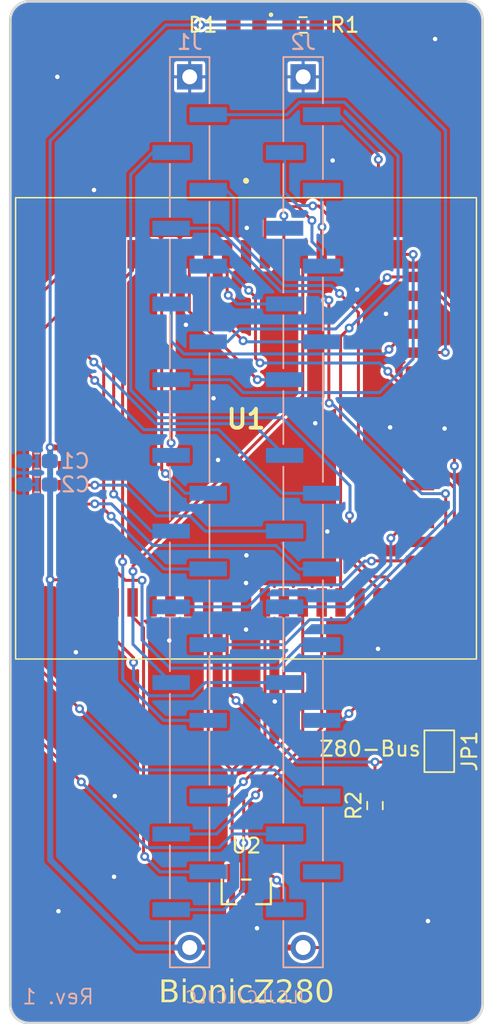
<source format=kicad_pcb>
(kicad_pcb (version 20241229) (generator "pcbnew") (generator_version "9.0")
  (title_block (title "BionicZ280") (date "2025-12-01") (rev "1") (company "Tadashi G. Takaoka"))
  (layers (0 "F.Cu" mixed) (2 "B.Cu" mixed) (13 "F.Paste" user) (15 "B.Paste" user) (5 "F.SilkS" user "F.Silkscreen") (7 "B.SilkS" user "B.Silkscreen") (1 "F.Mask" user) (3 "B.Mask" user) (25 "Edge.Cuts" user))
  (net 0 "")
  (net 1 "VCC")
  (net 2 "GND")
  (net 3 "Net-(D1-K)")
  (net 4 "A20")
  (net 5 "AD6")
  (net 6 "~{WAIT}")
  (net 7 "A21")
  (net 8 "AD3")
  (net 9 "A19")
  (net 10 "AD0")
  (net 11 "AD7")
  (net 12 "~{RESET}")
  (net 13 "AD1")
  (net 14 "A17")
  (net 15 "A18")
  (net 16 "~{INT_{A}}")
  (net 17 "AD5")
  (net 18 "AD2")
  (net 19 "A16")
  (net 20 "A22")
  (net 21 "A23")
  (net 22 "AD4")
  (net 23 "~{NMI}")
  (net 24 "Net-(J2-P57)")
  (net 26 "ST3")
  (net 27 "CLK")
  (net 28 "AD12")
  (net 29 "XTALI")
  (net 30 "ST1")
  (net 31 "AD14")
  (net 32 "R{slash}~{W}")
  (net 33 "AD10")
  (net 34 "AD13")
  (net 35 "AD15")
  (net 36 "ST2")
  (net 37 "AD9")
  (net 38 "ST0")
  (net 39 "AD11")
  (net 40 "AD8")
  (net 41 "B{slash}~{W}")
  (net 57 "~{AS}")
  (net 58 "~{DS}")
  (net 59 "Net-(JP1-B)")
  (footprint "rhom:LED_CSL1901UW1_ROM-M" (layer "F.Cu") (at 113.7 71.6002 180)
    (property "Reference" "D1")
    (property "Value" "CSL1901UW1")
  )
  (footprint "microchip:SOT-23_MC_MCH-M" (layer "F.Cu") (at 113.6898 129.7654 180)
    (property "Reference" "U2")
    (property "Value" "11AA010-I/TT")
  )
  (footprint "Resistor_SMD:R_0603_1608Metric_Pad0.98x0.95mm_HandSolder" (layer "F.Cu") (at 117.51 71.6002)
    (property "Reference" "R1")
    (property "Value" "1.6k")
  )
  (footprint "Jumper:SolderJumper-2_P1.3mm_Open_TrianglePad1.0x1.5mm" (layer "F.Cu") (at 126.654 120.329 -90)
    (property "Reference" "JP1")
    (property "Value" "OPT")
  )
  (footprint "Resistor_SMD:R_0603_1608Metric_Pad0.98x0.95mm_HandSolder" (layer "F.Cu") (at 122.336 123.975 90)
    (property "Reference" "R2")
    (property "Value" "10k")
  )
  (footprint "3m:846821B1RKTP" (layer "F.Cu") (at 113.6746 98.6651)
    (property "Reference" "U1")
    (property "Value" "Z80280" (hide yes))
  )
  (footprint "bionic:Bionic-P245_SMT" (layer "B.Cu") (at 117.5308 104.29 180)
    (property "Reference" "J2")
    (property "Value" "Bionic-P245")
  )
  (footprint "Capacitor_SMD:C_0603_1608Metric_Pad1.08x0.95mm_HandSolder" (layer "B.Cu") (at 99.6295 100.861 180)
    (property "Reference" "C1")
    (property "Value" "0.1u")
  )
  (footprint "bionic:Bionic-P135_SMT" (layer "B.Cu") (at 109.8692 104.29 180)
    (property "Reference" "J1")
    (property "Value" "Bionic-P135")
  )
  (footprint "Capacitor_SMD:C_0603_1608Metric_Pad1.08x0.95mm_HandSolder" (layer "B.Cu") (at 99.6295 102.4358 180)
    (property "Reference" "C2")
    (property "Value" "22u")
  )
  (gr_arc (start 99.095 138.58) (mid 98.196974 138.208026) (end 97.825 137.31) (stroke (width 0.15)) (layer "Edge.Cuts"))
  (gr_line (start 128.305 70) (end 99.095 70) (stroke (width 0.15)) (layer "Edge.Cuts"))
  (gr_arc (start 97.825 71.27) (mid 98.196974 70.371974) (end 99.095 70) (stroke (width 0.15)) (layer "Edge.Cuts"))
  (gr_line (start 99.095 138.58) (end 128.305 138.58) (stroke (width 0.15)) (layer "Edge.Cuts"))
  (gr_arc (start 128.305 70) (mid 129.203026 70.371974) (end 129.575 71.27) (stroke (width 0.15)) (layer "Edge.Cuts"))
  (gr_arc (start 129.575 137.31) (mid 129.203026 138.208026) (end 128.305 138.58) (stroke (width 0.15)) (layer "Edge.Cuts"))
  (gr_line (start 97.825 71.27) (end 97.825 137.31) (stroke (width 0.15)) (layer "Edge.Cuts"))
  (gr_line (start 129.575 137.31) (end 129.575 71.27) (stroke (width 0.15)) (layer "Edge.Cuts"))
  (gr_text "Z80-Bus" (at 125.511 120.165 0) (layer "F.SilkS") (effects (font (size 1 1)) (justify right)))
  (gr_text "BionicZ280" (at 113.7 136.548 0) (layer "F.SilkS") (effects (font (size 1.5 1.5))))
  (gr_text "JLCJLCJLCJLC" (at 113.7 137.31 0) (layer "B.SilkS") (effects (font (size 0.8 0.8)) (justify bottom mirror)))
  (gr_text "Rev. 1" (at 103.54 136.802 0) (layer "B.SilkS") (effects (font (size 1 1)) (justify left mirror)))
  (segment (start 102.0021 98.6651) (end 102.002 98.6651) (width 0.4) (layer "F.Cu") (net 1))
  (segment (start 127.0604 93.5712) (end 125.361 93.5712) (width 0.2) (layer "F.Cu") (net 1))
  (segment (start 125.361 93.5712) (end 125.3471 93.5851) (width 0.2) (layer "F.Cu") (net 1))
  (segment (start 122.336 124.8875) (end 122.336 129.817) (width 0.2) (layer "F.Cu") (net 1))
  (segment (start 101.9946 108.8251) (end 100.5313 108.8251) (width 0.2) (layer "F.Cu") (net 1))
  (segment (start 112.7398 128.6994) (end 112.74 128.6994) (width 0.4) (layer "F.Cu") (net 1))
  (segment (start 101.9906 99.9466) (end 102.0021 99.9351) (width 0.2) (layer "F.Cu") (net 1))
  (segment (start 102.0021 98.6651) (end 102.002 98.6651) (width 0.4) (layer "F.Cu") (net 1))
  (segment (start 118.653 133.5) (end 117.51 133.5) (width 0.2) (layer "F.Cu") (net 1))
  (segment (start 104.7846 110.3451) (end 104.7846 109.7401) (width 0.2) (layer "F.Cu") (net 1))
  (segment (start 102.0021 99.9351) (end 102.002 99.9351) (width 0.4) (layer "F.Cu") (net 1))
  (segment (start 101.9882 99.9212) (end 102.0021 99.9351) (width 0.4) (layer "F.Cu") (net 1))
  (segment (start 102.0021 99.9351) (end 102.002 99.9351) (width 0.4) (layer "F.Cu") (net 1))
  (segment (start 100.5313 108.8251) (end 100.5174 108.8112) (width 0.2) (layer "F.Cu") (net 1))
  (segment (start 112.735 133.5) (end 109.89 133.5) (width 0.4) (layer "F.Cu") (net 1))
  (segment (start 102.0021 99.9351) (end 102.0021 98.6651) (width 0.4) (layer "F.Cu") (net 1))
  (segment (start 114.9446 119.415257) (end 112.739799 121.620058) (width 0.2) (layer "F.Cu") (net 1))
  (segment (start 112.739799 121.620058) (end 112.739799 128.6994) (width 0.2) (layer "F.Cu") (net 1))
  (segment (start 117.51 133.5) (end 112.735 133.5) (width 0.4) (layer "F.Cu") (net 1))
  (segment (start 112.74 128.6994) (end 112.74 133.495) (width 0.4) (layer "F.Cu") (net 1))
  (segment (start 112.7398 128.6994) (end 112.74 128.6994) (width 0.4) (layer "F.Cu") (net 1))
  (segment (start 122.336 129.817) (end 118.653 133.5) (width 0.2) (layer "F.Cu") (net 1))
  (segment (start 103.8696 108.8251) (end 101.9946 108.8251) (width 0.2) (layer "F.Cu") (net 1))
  (segment (start 111.1346 110.3451) (end 111.1346 120.014859) (width 0.2) (layer "F.Cu") (net 1))
  (segment (start 114.9446 110.3451) (end 114.9446 119.415257) (width 0.2) (layer "F.Cu") (net 1))
  (segment (start 100.5174 99.9466) (end 101.9906 99.9466) (width 0.4) (layer "F.Cu") (net 1))
  (segment (start 111.1346 120.014859) (end 112.739799 121.620058) (width 0.2) (layer "F.Cu") (net 1))
  (segment (start 112.74 133.495) (end 112.735 133.5) (width 0.4) (layer "F.Cu") (net 1))
  (segment (start 104.7846 109.7401) (end 103.8696 108.8251) (width 0.2) (layer "F.Cu") (net 1))
  (segment (start 125.3471 93.5851) (end 125.3471 94.8551) (width 0.2) (layer "F.Cu") (net 1))
  (segment (start 110.6266 71.6002) (end 112.8237 71.6002) (width 0.2) (layer "F.Cu") (net 1))
  (segment (start 112.824 71.6002) (end 112.8237 71.6002) (width 0.4) (layer "F.Cu") (net 1))
  (via (at 100.5174 99.9466) (size 0.6) (drill 0.3) (layers "F.Cu" "B.Cu") (net 1))
  (via (at 100.5174 108.8112) (size 0.6) (drill 0.3) (layers "F.Cu" "B.Cu") (net 1))
  (via (at 110.6266 71.6002) (size 0.6) (drill 0.3) (layers "F.Cu" "B.Cu") (net 1))
  (via (at 127.0604 93.5712) (size 0.6) (drill 0.3) (layers "F.Cu" "B.Cu") (net 1))
  (segment (start 100.5174 79.3726) (end 100.5174 99.9466) (width 0.2) (layer "B.Cu") (net 1))
  (segment (start 100.5174 108.8112) (end 100.5174 99.9466) (width 0.4) (layer "B.Cu") (net 1))
  (segment (start 100.5163 99.9477) (end 100.5174 99.9466) (width 0.2) (layer "B.Cu") (net 1))
  (segment (start 100.5174 127.6072) (end 100.5174 108.8112) (width 0.4) (layer "B.Cu") (net 1))
  (segment (start 109.89 133.5) (end 106.4102 133.5) (width 0.4) (layer "B.Cu") (net 1))
  (segment (start 106.4102 133.5) (end 100.5174 127.6072) (width 0.4) (layer "B.Cu") (net 1))
  (segment (start 127.07 93.5616) (end 127.07 78.671) (width 0.2) (layer "B.Cu") (net 1))
  (segment (start 110.6266 71.6002) (end 108.2898 71.6002) (width 0.2) (layer "B.Cu") (net 1))
  (segment (start 108.2898 71.6002) (end 100.5174 79.3726) (width 0.2) (layer "B.Cu") (net 1))
  (segment (start 127.0604 93.5712) (end 127.07 93.5616) (width 0.2) (layer "B.Cu") (net 1))
  (segment (start 127.07 78.671) (end 119.9992 71.6002) (width 0.2) (layer "B.Cu") (net 1))
  (segment (start 119.9992 71.6002) (end 110.6266 71.6002) (width 0.2) (layer "B.Cu") (net 1))
  (segment (start 113.6746 109.0398) (end 113.6746 110.3376) (width 0.6) (layer "F.Cu") (net 2))
  (segment (start 113.6746 110.3376) (end 113.6746 112.164) (width 0.6) (layer "F.Cu") (net 2))
  (via (at 113.6746 109.0398) (size 0.6) (drill 0.3) (layers "F.Cu" "B.Cu") (net 2))
  (via (at 119.1356 105.5854) (size 0.6) (drill 0.3) (layers "F.Cu" "B.Cu") (net 2))
  (via (at 103.4638 82.6746) (size 0.6) (drill 0.3) (layers "F.Cu" "B.Cu") (net 2))
  (via (at 113.6746 112.164) (size 0.6) (drill 0.3) (layers "F.Cu" "B.Cu") (net 2))
  (via (at 126.3746 72.54) (size 0.6) (drill 0.3) (layers "F.Cu" "B.Cu") (net 2))
  (via (at 109.636 91.717) (size 0.6) (drill 0.3) (layers "F.Cu" "B.Cu") (net 2))
  (via (at 127.0096 98.6766) (size 0.6) (drill 0.3) (layers "F.Cu" "B.Cu") (net 2))
  (via (at 122.5392 113.4594) (size 0.6) (drill 0.3) (layers "F.Cu" "B.Cu") (net 2))
  (via (at 113.7 107.1856) (size 0.6) (drill 0.3) (layers "F.Cu" "B.Cu") (net 2))
  (via (at 111.4902 96.6446) (size 0.6) (drill 0.3) (layers "F.Cu" "B.Cu") (net 2))
  (via (at 102.2446 113.688) (size 0.6) (drill 0.3) (layers "F.Cu" "B.Cu") (net 2))
  (via (at 123.352 98.6004) (size 0.6) (drill 0.3) (layers "F.Cu" "B.Cu") (net 2))
  (via (at 115.605 116.99) (size 0.6) (drill 0.3) (layers "F.Cu" "B.Cu") (net 2))
  (via (at 111.795 100.7848) (size 0.6) (drill 0.3) (layers "F.Cu" "B.Cu") (net 2))
  (via (at 104.8608 123.34) (size 0.6) (drill 0.3) (layers "F.Cu" "B.Cu") (net 2))
  (via (at 121.1422 89.3548) (size 0.6) (drill 0.3) (layers "F.Cu" "B.Cu") (net 2))
  (via (at 118.3228 98.321) (size 0.6) (drill 0.3) (layers "F.Cu" "B.Cu") (net 2))
  (via (at 123.0726 90.9804) (size 0.6) (drill 0.3) (layers "F.Cu" "B.Cu") (net 2))
  (via (at 108.5184 112.9006) (size 0.6) (drill 0.3) (layers "F.Cu" "B.Cu") (net 2))
  (via (at 104.81 128.7502) (size 0.6) (drill 0.3) (layers "F.Cu" "B.Cu") (net 2))
  (via (at 114.4112 132.2046) (size 0.6) (drill 0.3) (layers "F.Cu" "B.Cu") (net 2))
  (via (at 101.0762 131.0616) (size 0.6) (drill 0.3) (layers "F.Cu" "B.Cu") (net 2))
  (via (at 125.892 131.722) (size 0.6) (drill 0.3) (layers "F.Cu" "B.Cu") (net 2))
  (via (at 101 75.08) (size 0.6) (drill 0.3) (layers "F.Cu" "B.Cu") (net 2))
  (via (at 119.4912 80.6934) (size 0.6) (drill 0.3) (layers "F.Cu" "B.Cu") (net 2))
  (via (at 113.7254 85.2146) (size 0.6) (drill 0.3) (layers "F.Cu" "B.Cu") (net 2))
  (segment (start 116.598 71.6002) (end 114.576 71.6002) (width 0.2) (layer "F.Cu") (net 3))
  (segment (start 122.116523 107.5551) (end 125.3471 107.5551) (width 0.2) (layer "F.Cu") (net 4))
  (segment (start 122.102119 107.569504) (end 122.116523 107.5551) (width 0.2) (layer "F.Cu") (net 4))
  (via (at 122.102119 107.569504) (size 0.6) (drill 0.3) (layers "F.Cu" "B.Cu") (net 4))
  (segment (start 122.102119 107.569504) (end 121.647296 107.569504) (width 0.2) (layer "B.Cu") (net 4))
  (segment (start 121.647296 107.569504) (end 120.05 109.1668) (width 0.2) (layer "B.Cu") (net 4))
  (segment (start 120.05 109.1668) (end 115.2748 109.1668) (width 0.2) (layer "B.Cu") (net 4))
  (segment (start 115.2748 109.1668) (end 113.8016 110.64) (width 0.2) (layer "B.Cu") (net 4))
  (segment (start 113.8016 110.64) (end 108.6454 110.64) (width 0.2) (layer "B.Cu") (net 4))
  (segment (start 123.20077 88.5051) (end 125.3471 88.5051) (width 0.2) (layer "F.Cu") (net 5))
  (segment (start 123.156335 88.549535) (end 123.20077 88.5051) (width 0.2) (layer "F.Cu") (net 5))
  (via (at 123.156335 88.549535) (size 0.6) (drill 0.3) (layers "F.Cu" "B.Cu") (net 5))
  (segment (start 123.141265 88.549535) (end 119.6944 91.9964) (width 0.2) (layer "B.Cu") (net 5))
  (segment (start 119.6944 91.9964) (end 113.2936 91.9964) (width 0.2) (layer "B.Cu") (net 5))
  (segment (start 113.2936 91.9964) (end 112.43 92.86) (width 0.2) (layer "B.Cu") (net 5))
  (segment (start 112.43 92.86) (end 111.1346 92.86) (width 0.2) (layer "B.Cu") (net 5))
  (segment (start 123.156335 88.549535) (end 123.141265 88.549535) (width 0.2) (layer "B.Cu") (net 5))
  (segment (start 106.8674 127.3944) (end 106.7912 127.3182) (width 0.2) (layer "F.Cu") (net 6))
  (segment (start 106.7912 127.3182) (end 106.7912 112.0497) (width 0.2) (layer "F.Cu") (net 6))
  (segment (start 106.0546 111.3131) (end 106.0546 110.3376) (width 0.2) (layer "F.Cu") (net 6))
  (segment (start 106.7912 112.0497) (end 106.0546 111.3131) (width 0.2) (layer "F.Cu") (net 6))
  (via (at 106.8674 127.3944) (size 0.6) (drill 0.3) (layers "F.Cu" "B.Cu") (net 6))
  (segment (start 107.893 128.42) (end 111.1346 128.42) (width 0.2) (layer "B.Cu") (net 6))
  (segment (start 106.8674 127.3944) (end 107.893 128.42) (width 0.2) (layer "B.Cu") (net 6))
  (segment (start 127.67 90.7264) (end 126.7187 89.7751) (width 0.2) (layer "F.Cu") (net 7))
  (segment (start 127.67 101.1912) (end 127.67 90.7264) (width 0.2) (layer "F.Cu") (net 7))
  (segment (start 126.7187 89.7751) (end 125.3471 89.7751) (width 0.2) (layer "F.Cu") (net 7))
  (via (at 127.67 101.1912) (size 0.6) (drill 0.3) (layers "F.Cu" "B.Cu") (net 7))
  (segment (start 127.67 101.1912) (end 127.67 104.151372) (width 0.2) (layer "B.Cu") (net 7))
  (segment (start 127.67 104.151372) (end 120.317772 111.5036) (width 0.2) (layer "B.Cu") (net 7))
  (segment (start 120.317772 111.5036) (end 117.9418 111.5036) (width 0.2) (layer "B.Cu") (net 7))
  (segment (start 117.9418 111.5036) (end 116.2654 113.18) (width 0.2) (layer "B.Cu") (net 7))
  (segment (start 116.2654 113.18) (end 111.1346 113.18) (width 0.2) (layer "B.Cu") (net 7))
  (segment (start 127.07 103.0454) (end 127.0858 103.0612) (width 0.2) (layer "F.Cu") (net 8))
  (segment (start 126.2591 108.8251) (end 125.3471 108.8251) (width 0.2) (layer "F.Cu") (net 8))
  (segment (start 127.0858 103.0612) (end 127.0858 107.9984) (width 0.2) (layer "F.Cu") (net 8))
  (segment (start 127.0858 107.9984) (end 126.2591 108.8251) (width 0.2) (layer "F.Cu") (net 8))
  (segment (start 119.2372 90.063459) (end 119.2372 96.9524) (width 0.2) (layer "F.Cu") (net 8))
  (segment (start 119.2372 96.9524) (end 119.2596 96.9748) (width 0.2) (layer "F.Cu") (net 8))
  (via (at 127.07 103.0454) (size 0.6) (drill 0.3) (layers "F.Cu" "B.Cu") (net 8))
  (via (at 119.2372 90.063459) (size 0.6) (drill 0.3) (layers "F.Cu" "B.Cu") (net 8))
  (via (at 119.2596 96.9748) (size 0.6) (drill 0.3) (layers "F.Cu" "B.Cu") (net 8))
  (segment (start 111.7696 85.24) (end 108.6454 85.24) (width 0.2) (layer "B.Cu") (net 8))
  (segment (start 125.4856 103.0454) (end 119.415 96.9748) (width 0.2) (layer "B.Cu") (net 8))
  (segment (start 118.655541 89.4818) (end 116.0114 89.4818) (width 0.2) (layer "B.Cu") (net 8))
  (segment (start 116.0114 89.4818) (end 111.7696 85.24) (width 0.2) (layer "B.Cu") (net 8))
  (segment (start 119.2372 90.063459) (end 118.655541 89.4818) (width 0.2) (layer "B.Cu") (net 8))
  (segment (start 119.415 96.9748) (end 119.2596 96.9748) (width 0.2) (layer "B.Cu") (net 8))
  (segment (start 127.07 103.0454) (end 125.4856 103.0454) (width 0.2) (layer "B.Cu") (net 8))
  (segment (start 104.1146 104.06213) (end 104.1146 88.7864) (width 0.2) (layer "F.Cu") (net 9))
  (segment (start 103.5146 88.1864) (end 103.5146 86.9926) (width 0.2) (layer "F.Cu") (net 9))
  (segment (start 104.1146 88.7864) (end 103.5146 88.1864) (width 0.2) (layer "F.Cu") (net 9))
  (segment (start 104.614335 104.561865) (end 104.1146 104.06213) (width 0.2) (layer "F.Cu") (net 9))
  (via (at 104.614335 104.561865) (size 0.6) (drill 0.3) (layers "F.Cu" "B.Cu") (net 9))
  (segment (start 104.624665 104.561865) (end 108.1628 108.1) (width 0.2) (layer "B.Cu") (net 9))
  (segment (start 108.1628 108.1) (end 111.1346 108.1) (width 0.2) (layer "B.Cu") (net 9))
  (segment (start 104.614335 104.561865) (end 104.624665 104.561865) (width 0.2) (layer "B.Cu") (net 9))
  (segment (start 120.0246 92.51473) (end 120.0246 110.3376) (width 0.2) (layer "F.Cu") (net 10))
  (segment (start 120.601265 91.938065) (end 120.0246 92.51473) (width 0.2) (layer "F.Cu") (net 10))
  (via (at 120.601265 91.938065) (size 0.6) (drill 0.3) (layers "F.Cu" "B.Cu") (net 10))
  (segment (start 116.4178 77.62) (end 117.256 76.7818) (width 0.2) (layer "B.Cu") (net 10))
  (segment (start 123.8854 80.3886) (end 123.8854 88.669) (width 0.2) (layer "B.Cu") (net 10))
  (segment (start 120.616335 91.938065) (end 120.601265 91.938065) (width 0.2) (layer "B.Cu") (net 10))
  (segment (start 117.256 76.7818) (end 120.2786 76.7818) (width 0.2) (layer "B.Cu") (net 10))
  (segment (start 111.1346 77.62) (end 116.4178 77.62) (width 0.2) (layer "B.Cu") (net 10))
  (segment (start 120.2786 76.7818) (end 123.8854 80.3886) (width 0.2) (layer "B.Cu") (net 10))
  (segment (start 123.8854 88.669) (end 120.616335 91.938065) (width 0.2) (layer "B.Cu") (net 10))
  (segment (start 124.9014 86.9926) (end 123.8346 86.9926) (width 0.2) (layer "F.Cu") (net 11))
  (via (at 124.9014 86.9926) (size 0.6) (drill 0.3) (layers "F.Cu" "B.Cu") (net 11))
  (segment (start 124.9014 94.003) (end 122.6408 96.2636) (width 0.2) (layer "B.Cu") (net 11))
  (segment (start 122.6408 96.2636) (end 113.4714 96.2636) (width 0.2) (layer "B.Cu") (net 11))
  (segment (start 113.4714 96.2636) (end 112.6078 95.4) (width 0.2) (layer "B.Cu") (net 11))
  (segment (start 112.6078 95.4) (end 108.6454 95.4) (width 0.2) (layer "B.Cu") (net 11))
  (segment (start 124.9014 86.9926) (end 124.9014 94.003) (width 0.2) (layer "B.Cu") (net 11))
  (segment (start 113.5222 126.48) (end 113.5222 123.213) (width 0.2) (layer "F.Cu") (net 12))
  (segment (start 113.5222 123.213) (end 117.4846 119.2506) (width 0.2) (layer "F.Cu") (net 12))
  (segment (start 117.4846 119.2506) (end 117.4846 110.3376) (width 0.2) (layer "F.Cu") (net 12))
  (via (at 113.5222 126.48) (size 0.6) (drill 0.3) (layers "F.Cu" "B.Cu") (net 12))
  (segment (start 112.176 130.96) (end 108.6454 130.96) (width 0.2) (layer "B.Cu") (net 12))
  (segment (start 113.5222 126.48) (end 113.5222 129.6138) (width 0.2) (layer "B.Cu") (net 12))
  (segment (start 113.5222 129.6138) (end 112.176 130.96) (width 0.2) (layer "B.Cu") (net 12))
  (segment (start 120.6342 107.5158) (end 122.5646 109.4462) (width 0.2) (layer "F.Cu") (net 13))
  (segment (start 120.6342 104.5282) (end 120.6342 107.5158) (width 0.2) (layer "F.Cu") (net 13))
  (segment (start 122.5646 109.4462) (end 122.5646 110.3376) (width 0.2) (layer "F.Cu") (net 13))
  (segment (start 120.6246 104.5186) (end 120.6342 104.5282) (width 0.2) (layer "F.Cu") (net 13))
  (via (at 120.6246 104.5186) (size 0.6) (drill 0.3) (layers "F.Cu" "B.Cu") (net 13))
  (segment (start 120.6596 104.4836) (end 120.6596 102.512) (width 0.2) (layer "B.Cu") (net 13))
  (segment (start 120.6596 102.512) (end 116.1004 97.9528) (width 0.2) (layer "B.Cu") (net 13))
  (segment (start 105.9276 96.104314) (end 105.9276 81.6332) (width 0.2) (layer "B.Cu") (net 13))
  (segment (start 107.776086 97.9528) (end 105.9276 96.104314) (width 0.2) (layer "B.Cu") (net 13))
  (segment (start 105.9276 81.6332) (end 107.4008 80.16) (width 0.2) (layer "B.Cu") (net 13))
  (segment (start 107.4008 80.16) (end 108.6454 80.16) (width 0.2) (layer "B.Cu") (net 13))
  (segment (start 120.6246 104.5186) (end 120.6596 104.4836) (width 0.2) (layer "B.Cu") (net 13))
  (segment (start 116.1004 97.9528) (end 107.776086 97.9528) (width 0.2) (layer "B.Cu") (net 13))
  (segment (start 107.3246 88.1356) (end 107.3246 86.9926) (width 0.2) (layer "F.Cu") (net 14))
  (segment (start 108.0104 88.8214) (end 107.3246 88.1356) (width 0.2) (layer "F.Cu") (net 14))
  (segment (start 108.2644 101.6992) (end 108.0104 101.4452) (width 0.2) (layer "F.Cu") (net 14))
  (segment (start 108.0104 101.4452) (end 108.0104 88.8214) (width 0.2) (layer "F.Cu") (net 14))
  (via (at 108.2644 101.6992) (size 0.6) (drill 0.3) (layers "F.Cu" "B.Cu") (net 14))
  (segment (start 108.2644 101.6992) (end 109.5852 103.02) (width 0.2) (layer "B.Cu") (net 14))
  (segment (start 109.5852 103.02) (end 111.1346 103.02) (width 0.2) (layer "B.Cu") (net 14))
  (segment (start 104.7846 103.0751) (end 104.7846 86.9926) (width 0.2) (layer "F.Cu") (net 15))
  (via (at 104.7846 103.0751) (size 0.6) (drill 0.3) (layers "F.Cu" "B.Cu") (net 15))
  (segment (start 107.2992 105.56) (end 108.6454 105.56) (width 0.2) (layer "B.Cu") (net 15))
  (segment (start 104.8143 103.0751) (end 107.2992 105.56) (width 0.2) (layer "B.Cu") (net 15))
  (segment (start 104.7846 103.0751) (end 104.8143 103.0751) (width 0.2) (layer "B.Cu") (net 15))
  (segment (start 113.4968 122.3748) (end 113.5222 122.3748) (width 0.2) (layer "F.Cu") (net 16))
  (segment (start 113.5222 122.3748) (end 116.2146 119.6824) (width 0.2) (layer "F.Cu") (net 16))
  (segment (start 116.2146 119.6824) (end 116.2146 110.3376) (width 0.2) (layer "F.Cu") (net 16))
  (via (at 113.4968 122.3748) (size 0.6) (drill 0.3) (layers "F.Cu" "B.Cu") (net 16))
  (segment (start 112.5316 123.34) (end 111.1346 123.34) (width 0.2) (layer "B.Cu") (net 16))
  (segment (start 113.4968 122.3748) (end 112.5316 123.34) (width 0.2) (layer "B.Cu") (net 16))
  (segment (start 123.2758 93.368) (end 124.3287 92.3151) (width 0.2) (layer "F.Cu") (net 17))
  (segment (start 124.3287 92.3151) (end 125.3471 92.3151) (width 0.2) (layer "F.Cu") (net 17))
  (via (at 123.2758 93.368) (size 0.6) (drill 0.3) (layers "F.Cu" "B.Cu") (net 17))
  (segment (start 108.6454 92.8092) (end 108.6454 90.32) (width 0.2) (layer "B.Cu") (net 17))
  (segment (start 122.971 93.6728) (end 109.509 93.6728) (width 0.2) (layer "B.Cu") (net 17))
  (segment (start 109.509 93.6728) (end 108.6454 92.8092) (width 0.2) (layer "B.Cu") (net 17))
  (segment (start 123.2758 93.368) (end 122.971 93.6728) (width 0.2) (layer "B.Cu") (net 17))
  (segment (start 123.8346 109.4462) (end 123.8346 110.3376) (width 0.2) (layer "F.Cu") (net 18))
  (segment (start 123.0218 108.6334) (end 123.8346 109.4462) (width 0.2) (layer "F.Cu") (net 18))
  (segment (start 121.2246 90.889042) (end 121.2246 107.540514) (width 0.2) (layer "F.Cu") (net 18))
  (segment (start 121.2246 107.540514) (end 122.317486 108.6334) (width 0.2) (layer "F.Cu") (net 18))
  (segment (start 119.952078 89.61652) (end 121.2246 90.889042) (width 0.2) (layer "F.Cu") (net 18))
  (segment (start 122.317486 108.6334) (end 123.0218 108.6334) (width 0.2) (layer "F.Cu") (net 18))
  (via (at 119.952078 89.61652) (size 0.6) (drill 0.3) (layers "F.Cu" "B.Cu") (net 18))
  (segment (start 119.952078 89.61652) (end 119.417358 89.0818) (width 0.2) (layer "B.Cu") (net 18))
  (segment (start 112.8618 83.208) (end 112.3538 82.7) (width 0.2) (layer "B.Cu") (net 18))
  (segment (start 112.8618 85.766514) (end 112.8618 83.208) (width 0.2) (layer "B.Cu") (net 18))
  (segment (start 112.3538 82.7) (end 111.1346 82.7) (width 0.2) (layer "B.Cu") (net 18))
  (segment (start 119.417358 89.0818) (end 116.177086 89.0818) (width 0.2) (layer "B.Cu") (net 18))
  (segment (start 116.177086 89.0818) (end 112.8618 85.766514) (width 0.2) (layer "B.Cu") (net 18))
  (segment (start 108.6454 87.0434) (end 108.5946 86.9926) (width 0.2) (layer "F.Cu") (net 19))
  (segment (start 108.6454 99.6418) (end 108.6454 87.0434) (width 0.2) (layer "F.Cu") (net 19))
  (via (at 108.6454 99.6418) (size 0.6) (drill 0.3) (layers "F.Cu" "B.Cu") (net 19))
  (segment (start 108.6454 99.6418) (end 108.6454 100.48) (width 0.2) (layer "B.Cu") (net 19))
  (segment (start 106.08 107.8968) (end 117.4846 96.4922) (width 0.2) (layer "F.Cu") (net 20))
  (segment (start 106.08 108.262) (end 106.08 107.8968) (width 0.2) (layer "F.Cu") (net 20))
  (segment (start 117.4846 96.4922) (end 117.4846 86.9926) (width 0.2) (layer "F.Cu") (net 20))
  (via (at 106.08 108.262) (size 0.6) (drill 0.3) (layers "F.Cu" "B.Cu") (net 20))
  (segment (start 106.08 113.1546) (end 108.6454 115.72) (width 0.2) (layer "B.Cu") (net 20))
  (segment (start 106.08 108.262) (end 106.08 113.1546) (width 0.2) (layer "B.Cu") (net 20))
  (segment (start 106.0546 88.0594) (end 106.0546 86.9926) (width 0.2) (layer "F.Cu") (net 21))
  (segment (start 105.3846 107.6174) (end 105.3846 88.7294) (width 0.2) (layer "F.Cu") (net 21))
  (segment (start 105.3846 88.7294) (end 106.0546 88.0594) (width 0.2) (layer "F.Cu") (net 21))
  (via (at 105.3846 107.6174) (size 0.6) (drill 0.3) (layers "F.Cu" "B.Cu") (net 21))
  (segment (start 108.1374 118.26) (end 111.1346 118.26) (width 0.2) (layer "B.Cu") (net 21))
  (segment (start 105.3846 107.6174) (end 105.3942 107.627) (width 0.2) (layer "B.Cu") (net 21))
  (segment (start 105.3942 107.627) (end 105.3942 115.5168) (width 0.2) (layer "B.Cu") (net 21))
  (segment (start 105.3942 115.5168) (end 108.1374 118.26) (width 0.2) (layer "B.Cu") (net 21))
  (segment (start 123.1996 94.8666) (end 124.4581 96.1251) (width 0.2) (layer "F.Cu") (net 22))
  (segment (start 114.3096 89.8628) (end 113.8524 89.4056) (width 0.2) (layer "F.Cu") (net 22))
  (segment (start 114.3096 93.968) (end 114.3096 89.8628) (width 0.2) (layer "F.Cu") (net 22))
  (segment (start 123.1996 94.8412) (end 123.1996 94.8666) (width 0.2) (layer "F.Cu") (net 22))
  (segment (start 124.4581 96.1251) (end 125.3471 96.1251) (width 0.2) (layer "F.Cu") (net 22))
  (segment (start 114.6144 94.2728) (end 114.3096 93.968) (width 0.2) (layer "F.Cu") (net 22))
  (via (at 113.8524 89.4056) (size 0.6) (drill 0.3) (layers "F.Cu" "B.Cu") (net 22))
  (via (at 114.6144 94.2728) (size 0.6) (drill 0.3) (layers "F.Cu" "B.Cu") (net 22))
  (via (at 123.1996 94.8412) (size 0.6) (drill 0.3) (layers "F.Cu" "B.Cu") (net 22))
  (segment (start 112.2268 87.78) (end 111.1346 87.78) (width 0.2) (layer "B.Cu") (net 22))
  (segment (start 122.6408 94.2824) (end 114.624 94.2824) (width 0.2) (layer "B.Cu") (net 22))
  (segment (start 123.1996 94.8412) (end 122.6408 94.2824) (width 0.2) (layer "B.Cu") (net 22))
  (segment (start 113.8524 89.4056) (end 112.2268 87.78) (width 0.2) (layer "B.Cu") (net 22))
  (segment (start 114.624 94.2824) (end 114.6144 94.2728) (width 0.2) (layer "B.Cu") (net 22))
  (segment (start 114.314765 123.207835) (end 118.7546 118.768) (width 0.2) (layer "F.Cu") (net 23))
  (segment (start 118.7546 118.768) (end 118.7546 110.3376) (width 0.2) (layer "F.Cu") (net 23))
  (segment (start 114.314765 123.268965) (end 114.314765 123.207835) (width 0.2) (layer "F.Cu") (net 23))
  (via (at 114.314765 123.268965) (size 0.6) (drill 0.3) (layers "F.Cu" "B.Cu") (net 23))
  (segment (start 114.304435 123.268965) (end 111.6934 125.88) (width 0.2) (layer "B.Cu") (net 23))
  (segment (start 114.314765 123.268965) (end 114.304435 123.268965) (width 0.2) (layer "B.Cu") (net 23))
  (segment (start 111.6934 125.88) (end 108.6454 125.88) (width 0.2) (layer "B.Cu") (net 23))
  (segment (start 115.4524 128.6992) (end 114.64 128.6992) (width 0.2) (layer "F.Cu") (net 24))
  (segment (start 114.6398 128.6994) (end 114.64 128.6992) (width 0.2) (layer "F.Cu") (net 24))
  (segment (start 114.64 128.6992) (end 114.64 128.699) (width 0.2) (layer "F.Cu") (net 24))
  (segment (start 115.732 128.9788) (end 115.4524 128.6992) (width 0.2) (layer "F.Cu") (net 24))
  (segment (start 114.6398 128.6994) (end 114.64 128.6992) (width 0.2) (layer "F.Cu") (net 24))
  (via (at 115.732 128.9788) (size 0.6) (drill 0.3) (layers "F.Cu" "B.Cu") (net 24))
  (segment (start 116.2654 130.96) (end 116.265 130.96) (width 0.2) (layer "B.Cu") (net 24))
  (segment (start 116.2654 129.5122) (end 116.2654 130.96) (width 0.2) (layer "B.Cu") (net 24))
  (segment (start 115.732 128.9788) (end 116.2654 129.5122) (width 0.2) (layer "B.Cu") (net 24))
  (segment (start 102.0021 103.7451) (end 103.5007 103.7451) (width 0.2) (layer "F.Cu") (net 26))
  (segment (start 103.5007 103.7451) (end 103.5146 103.7312) (width 0.2) (layer "F.Cu") (net 26))
  (via (at 103.5146 103.7312) (size 0.6) (drill 0.3) (layers "F.Cu" "B.Cu") (net 26))
  (segment (start 107.4262 106.5252) (end 115.6812 106.5252) (width 0.2) (layer "B.Cu") (net 26))
  (segment (start 117.256 108.1) (end 118.7546 108.1) (width 0.2) (layer "B.Cu") (net 26))
  (segment (start 103.5146 103.7312) (end 104.6322 103.7312) (width 0.2) (layer "B.Cu") (net 26))
  (segment (start 104.6322 103.7312) (end 107.4262 106.5252) (width 0.2) (layer "B.Cu") (net 26))
  (segment (start 115.6812 106.5252) (end 117.256 108.1) (width 0.2) (layer "B.Cu") (net 26))
  (segment (start 123.4028 106.033) (end 124.4207 105.0151) (width 0.2) (layer "F.Cu") (net 27))
  (segment (start 124.4207 105.0151) (end 125.3471 105.0151) (width 0.2) (layer "F.Cu") (net 27))
  (via (at 123.4028 106.033) (size 0.6) (drill 0.3) (layers "F.Cu" "B.Cu") (net 27))
  (segment (start 123.4028 106.033) (end 123.4028 107.852886) (width 0.2) (layer "B.Cu") (net 27))
  (segment (start 120.615686 110.64) (end 116.2654 110.64) (width 0.2) (layer "B.Cu") (net 27))
  (segment (start 123.4028 107.852886) (end 120.615686 110.64) (width 0.2) (layer "B.Cu") (net 27))
  (segment (start 114.9446 84.3579) (end 114.9446 86.9926) (width 0.2) (layer "F.Cu") (net 28))
  (segment (start 118.100322 84.7183) (end 117.174222 83.7922) (width 0.2) (layer "F.Cu") (net 28))
  (segment (start 117.174222 83.7922) (end 115.5103 83.7922) (width 0.2) (layer "F.Cu") (net 28))
  (segment (start 115.5103 83.7922) (end 114.9446 84.3579) (width 0.2) (layer "F.Cu") (net 28))
  (via (at 118.100322 84.7183) (size 0.6) (drill 0.3) (layers "F.Cu" "B.Cu") (net 28))
  (segment (start 118.102 86.1368) (end 118.7546 86.7894) (width 0.2) (layer "B.Cu") (net 28))
  (segment (start 118.102 84.719978) (end 118.102 86.1368) (width 0.2) (layer "B.Cu") (net 28))
  (segment (start 118.7546 86.7894) (end 118.7546 87.78) (width 0.2) (layer "B.Cu") (net 28))
  (segment (start 118.100322 84.7183) (end 118.102 84.719978) (width 0.2) (layer "B.Cu") (net 28))
  (segment (start 127.67 102.6644) (end 126.2107 101.2051) (width 0.2) (layer "F.Cu") (net 29))
  (segment (start 127.67 110.7162) (end 127.67 102.6644) (width 0.2) (layer "F.Cu") (net 29))
  (segment (start 126.2107 101.2051) (end 125.3471 101.2051) (width 0.2) (layer "F.Cu") (net 29))
  (segment (start 120.5834 117.8028) (end 127.67 110.7162) (width 0.2) (layer "F.Cu") (net 29))
  (via (at 120.5834 117.8028) (size 0.6) (drill 0.3) (layers "F.Cu" "B.Cu") (net 29))
  (segment (start 120.1262 118.26) (end 118.7546 118.26) (width 0.2) (layer "B.Cu") (net 29))
  (segment (start 120.5834 117.8028) (end 120.1262 118.26) (width 0.2) (layer "B.Cu") (net 29))
  (segment (start 103.5146 95.4508) (end 102.9189 94.8551) (width 0.2) (layer "F.Cu") (net 30))
  (segment (start 102.9189 94.8551) (end 102.0021 94.8551) (width 0.2) (layer "F.Cu") (net 30))
  (via (at 103.5146 95.4508) (size 0.6) (drill 0.3) (layers "F.Cu" "B.Cu") (net 30))
  (segment (start 116.097929 103.02) (end 118.7546 103.02) (width 0.2) (layer "B.Cu") (net 30))
  (segment (start 106.8166 98.7528) (end 111.830729 98.7528) (width 0.2) (layer "B.Cu") (net 30))
  (segment (start 103.5146 95.4508) (end 106.8166 98.7528) (width 0.2) (layer "B.Cu") (net 30))
  (segment (start 111.830729 98.7528) (end 116.097929 103.02) (width 0.2) (layer "B.Cu") (net 30))
  (segment (start 113.476565 92.788965) (end 111.1346 90.447) (width 0.2) (layer "F.Cu") (net 31))
  (segment (start 111.1346 90.447) (end 111.1346 86.9926) (width 0.2) (layer "F.Cu") (net 31))
  (via (at 113.476565 92.788965) (size 0.6) (drill 0.3) (layers "F.Cu" "B.Cu") (net 31))
  (segment (start 113.476565 92.788965) (end 113.5476 92.86) (width 0.2) (layer "B.Cu") (net 31))
  (segment (start 113.5476 92.86) (end 118.7546 92.86) (width 0.2) (layer "B.Cu") (net 31))
  (segment (start 99.8062 114.7914) (end 99.8062 92.2758) (width 0.2) (layer "F.Cu") (net 32))
  (segment (start 102.493 117.4782) (end 99.8062 114.7914) (width 0.2) (layer "F.Cu") (net 32))
  (segment (start 101.0369 91.0451) (end 102.0021 91.0451) (width 0.2) (layer "F.Cu") (net 32))
  (segment (start 99.8062 92.2758) (end 101.0369 91.0451) (width 0.2) (layer "F.Cu") (net 32))
  (via (at 102.493 117.4782) (size 0.6) (drill 0.3) (layers "F.Cu" "B.Cu") (net 32))
  (segment (start 106.6022 121.5874) (end 115.605 121.5874) (width 0.2) (layer "B.Cu") (net 32))
  (segment (start 117.3576 123.34) (end 118.7546 123.34) (width 0.2) (layer "B.Cu") (net 32))
  (segment (start 115.605 121.5874) (end 117.3576 123.34) (width 0.2) (layer "B.Cu") (net 32))
  (segment (start 102.493 117.4782) (end 106.6022 121.5874) (width 0.2) (layer "B.Cu") (net 32))
  (segment (start 118.773505 85.150538) (end 118.7546 85.169443) (width 0.2) (layer "F.Cu") (net 33))
  (segment (start 118.7546 85.169443) (end 118.7546 86.9926) (width 0.2) (layer "F.Cu") (net 33))
  (via (at 118.773505 85.150538) (size 0.6) (drill 0.3) (layers "F.Cu" "B.Cu") (net 33))
  (segment (start 118.7546 85.131633) (end 118.7546 82.7) (width 0.2) (layer "B.Cu") (net 33))
  (segment (start 118.773505 85.150538) (end 118.7546 85.131633) (width 0.2) (layer "B.Cu") (net 33))
  (segment (start 112.4046 89.6596) (end 112.4046 86.9926) (width 0.2) (layer "F.Cu") (net 34))
  (segment (start 112.4808 89.7358) (end 112.4046 89.6596) (width 0.2) (layer "F.Cu") (net 34))
  (via (at 112.4808 89.7358) (size 0.6) (drill 0.3) (layers "F.Cu" "B.Cu") (net 34))
  (segment (start 113.065 90.32) (end 116.2654 90.32) (width 0.2) (layer "B.Cu") (net 34))
  (segment (start 112.4808 89.7358) (end 113.065 90.32) (width 0.2) (layer "B.Cu") (net 34))
  (segment (start 109.8646 90.828) (end 109.8646 86.9926) (width 0.2) (layer "F.Cu") (net 35))
  (segment (start 114.4366 95.4) (end 109.8646 90.828) (width 0.2) (layer "F.Cu") (net 35))
  (via (at 114.4366 95.4) (size 0.6) (drill 0.3) (layers "F.Cu" "B.Cu") (net 35))
  (segment (start 114.4366 95.4) (end 116.2654 95.4) (width 0.2) (layer "B.Cu") (net 35))
  (segment (start 103.5146 102.4751) (end 102.0021 102.4751) (width 0.2) (layer "F.Cu") (net 36))
  (via (at 103.5146 102.4751) (size 0.6) (drill 0.3) (layers "F.Cu" "B.Cu") (net 36))
  (segment (start 110.9314 105.56) (end 116.2654 105.56) (width 0.2) (layer "B.Cu") (net 36))
  (segment (start 105.5859 102.4751) (end 107.6548 104.544) (width 0.2) (layer "B.Cu") (net 36))
  (segment (start 109.9154 104.544) (end 110.9314 105.56) (width 0.2) (layer "B.Cu") (net 36))
  (segment (start 103.5146 102.4751) (end 105.5859 102.4751) (width 0.2) (layer "B.Cu") (net 36))
  (segment (start 107.6548 104.544) (end 109.9154 104.544) (width 0.2) (layer "B.Cu") (net 36))
  (segment (start 118.1546 83.7414) (end 118.5514 83.7414) (width 0.2) (layer "F.Cu") (net 37))
  (segment (start 118.5514 83.7414) (end 120.0246 85.2146) (width 0.2) (layer "F.Cu") (net 37))
  (segment (start 120.0246 85.2146) (end 120.0246 86.9926) (width 0.2) (layer "F.Cu") (net 37))
  (via (at 118.1546 83.7414) (size 0.6) (drill 0.3) (layers "F.Cu" "B.Cu") (net 37))
  (segment (start 118.1292 83.716) (end 117.1544 83.716) (width 0.2) (layer "B.Cu") (net 37))
  (segment (start 117.1544 83.716) (end 116.2654 82.827) (width 0.2) (layer "B.Cu") (net 37))
  (segment (start 116.2654 82.827) (end 116.2654 80.16) (width 0.2) (layer "B.Cu") (net 37))
  (segment (start 118.1546 83.7414) (end 118.1292 83.716) (width 0.2) (layer "B.Cu") (net 37))
  (segment (start 102.8173 93.5851) (end 102.0021 93.5851) (width 0.2) (layer "F.Cu") (net 38))
  (segment (start 103.4511 94.2189) (end 102.8173 93.5851) (width 0.2) (layer "F.Cu") (net 38))
  (via (at 103.4511 94.2189) (size 0.6) (drill 0.3) (layers "F.Cu" "B.Cu") (net 38))
  (segment (start 107.6104 98.3528) (end 114.1382 98.3528) (width 0.2) (layer "B.Cu") (net 38))
  (segment (start 114.1382 98.3528) (end 116.2654 100.48) (width 0.2) (layer "B.Cu") (net 38))
  (segment (start 103.4511 94.2189) (end 103.4765 94.2189) (width 0.2) (layer "B.Cu") (net 38))
  (segment (start 103.4765 94.2189) (end 107.6104 98.3528) (width 0.2) (layer "B.Cu") (net 38))
  (segment (start 116.2146 84.4018) (end 116.2146 86.9926) (width 0.2) (layer "F.Cu") (net 39))
  (via (at 116.2146 84.4018) (size 0.6) (drill 0.3) (layers "F.Cu" "B.Cu") (net 39))
  (segment (start 116.2146 84.4018) (end 116.2654 84.4526) (width 0.2) (layer "B.Cu") (net 39))
  (segment (start 116.2654 84.4526) (end 116.2654 85.24) (width 0.2) (layer "B.Cu") (net 39))
  (segment (start 122.5646 80.6172) (end 122.5646 86.9926) (width 0.2) (layer "F.Cu") (net 40))
  (via (at 122.5646 80.6172) (size 0.6) (drill 0.3) (layers "F.Cu" "B.Cu") (net 40))
  (segment (start 122.5646 80.3124) (end 119.8722 77.62) (width 0.2) (layer "B.Cu") (net 40))
  (segment (start 122.5646 80.6172) (end 122.5646 80.3124) (width 0.2) (layer "B.Cu") (net 40))
  (segment (start 119.8722 77.62) (end 118.7546 77.62) (width 0.2) (layer "B.Cu") (net 40))
  (segment (start 99.4062 90.1358) (end 101.0369 88.5051) (width 0.2) (layer "F.Cu") (net 41))
  (segment (start 99.4062 119.1808) (end 99.4062 90.1358) (width 0.2) (layer "F.Cu") (net 41))
  (segment (start 101.0369 88.5051) (end 102.0021 88.5051) (width 0.2) (layer "F.Cu") (net 41))
  (segment (start 102.6129 122.3875) (end 99.4062 119.1808) (width 0.2) (layer "F.Cu") (net 41))
  (via (at 102.6129 122.3875) (size 0.6) (drill 0.3) (layers "F.Cu" "B.Cu") (net 41))
  (segment (start 107.0198 126.7944) (end 111.863016 126.7944) (width 0.2) (layer "B.Cu") (net 41))
  (segment (start 112.777416 125.88) (end 116.2654 125.88) (width 0.2) (layer "B.Cu") (net 41))
  (segment (start 111.863016 126.7944) (end 112.777416 125.88) (width 0.2) (layer "B.Cu") (net 41))
  (segment (start 102.6129 122.3875) (end 107.0198 126.7944) (width 0.2) (layer "B.Cu") (net 41))
  (segment (start 106.1212 114.3738) (end 106.1212 114.0594) (width 0.2) (layer "F.Cu") (net 57))
  (segment (start 103.5146 111.4528) (end 103.5146 110.3376) (width 0.2) (layer "F.Cu") (net 57))
  (segment (start 106.1212 114.0594) (end 103.5146 111.4528) (width 0.2) (layer "F.Cu") (net 57))
  (via (at 106.1212 114.3738) (size 0.6) (drill 0.3) (layers "F.Cu" "B.Cu") (net 57))
  (segment (start 106.1212 115.5508) (end 107.1794 116.609) (width 0.2) (layer "B.Cu") (net 57))
  (segment (start 110.9314 115.72) (end 116.2654 115.72) (width 0.2) (layer "B.Cu") (net 57))
  (segment (start 106.1212 114.3738) (end 106.1212 115.5508) (width 0.2) (layer "B.Cu") (net 57))
  (segment (start 110.0424 116.609) (end 110.9314 115.72) (width 0.2) (layer "B.Cu") (net 57))
  (segment (start 107.1794 116.609) (end 110.0424 116.609) (width 0.2) (layer "B.Cu") (net 57))
  (segment (start 106.6896 108.862) (end 105.572 108.862) (width 0.2) (layer "F.Cu") (net 58))
  (segment (start 105.572 108.862) (end 102.9951 106.2851) (width 0.2) (layer "F.Cu") (net 58))
  (segment (start 102.9951 106.2851) (end 102.0021 106.2851) (width 0.2) (layer "F.Cu") (net 58))
  (via (at 106.6896 108.862) (size 0.6) (drill 0.3) (layers "F.Cu" "B.Cu") (net 58))
  (segment (start 106.6896 112.8752) (end 108.5692 114.7548) (width 0.2) (layer "B.Cu") (net 58))
  (segment (start 115.7828 114.7548) (end 117.3576 113.18) (width 0.2) (layer "B.Cu") (net 58))
  (segment (start 106.6896 108.862) (end 106.6896 112.8752) (width 0.2) (layer "B.Cu") (net 58))
  (segment (start 117.3576 113.18) (end 118.7546 113.18) (width 0.2) (layer "B.Cu") (net 58))
  (segment (start 108.5692 114.7548) (end 115.7828 114.7548) (width 0.2) (layer "B.Cu") (net 58))
  (segment (start 122.336 121.054) (end 122.336 123.0625) (width 0.2) (layer "F.Cu") (net 59))
  (segment (start 113.0015 116.9265) (end 112.4046 116.3296) (width 0.2) (layer "F.Cu") (net 59))
  (segment (start 126.654 121.054) (end 122.336 121.054) (width 0.2) (layer "F.Cu") (net 59))
  (segment (start 112.4046 116.3296) (end 112.4046 110.3451) (width 0.2) (layer "F.Cu") (net 59))
  (via (at 113.0015 116.9265) (size 0.6) (drill 0.3) (layers "F.Cu" "B.Cu") (net 59))
  (via (at 122.336 121.054) (size 0.6) (drill 0.3) (layers "F.Cu" "B.Cu") (net 59))
  (segment (start 113.0015 116.9265) (end 117.129 121.054) (width 0.2) (layer "B.Cu") (net 59))
  (segment (start 117.129 121.054) (end 122.336 121.054) (width 0.2) (layer "B.Cu") (net 59))
  (zone (net 2) (net_name "GND") (layers "F.Cu" "B.Cu") (connect_pads (clearance 0.2)) (min_thickness 0.2) (fill yes (thermal_gap 0.2) (thermal_bridge_width 0.2))
    (polygon (pts (xy 97.825 70) (xy 129.575 70) (xy 129.575 138.58) (xy 97.825 138.58)))
  )
)
</source>
